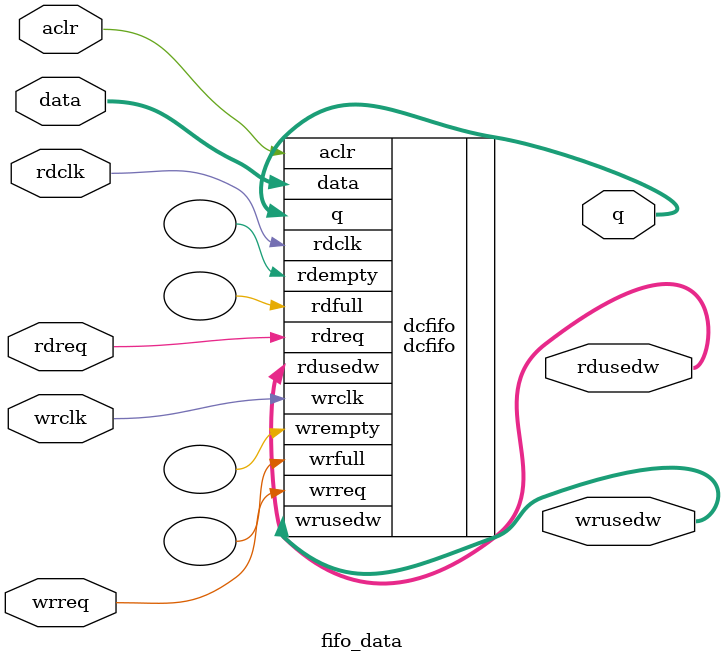
<source format=v>
`timescale 1 ps / 1 ps
module fifo_data (
	aclr,
	rdclk,
	wrclk,
	data,
	rdreq,
	wrreq,
	rdusedw,
	wrusedw,
	q
	);

	input    aclr;
	input    rdclk;
	input    wrclk;
	input    [15:0]    data;
	input    rdreq;
	input    wrreq;
	output    [15:0]    q;
	output    [9:0]    rdusedw;
	output    [9:0]    wrusedw;

	dcfifo    dcfifo (
		.rdclk (rdclk),
		.wrreq (wrreq),
		.aclr (aclr),
		.data (data),
		.rdreq (rdreq),
		.wrclk (wrclk),
		.wrempty (),
		.wrfull (),
		.q (q),
		.rdempty (),
		.rdfull (),
		.wrusedw (wrusedw),
		.rdusedw (rdusedw)
	);

	defparam
		dcfifo.add_ram_output_register = "ON",
		dcfifo.clocks_are_synchronized = "FALSE",
		dcfifo.intended_device_family = "Stratix",
		dcfifo.lpm_hint = "RAM_BLOCK_TYPE=M4K",
		dcfifo.lpm_numwords = 1024,
		dcfifo.lpm_showahead = "OFF",
		dcfifo.lpm_type = "dcfifo",
		dcfifo.lpm_width = 16,
		dcfifo.lpm_widthu = 10,
		dcfifo.overflow_checking = "ON",
		dcfifo.underflow_checking = "ON",
		dcfifo.use_eab = "ON";
endmodule
</source>
